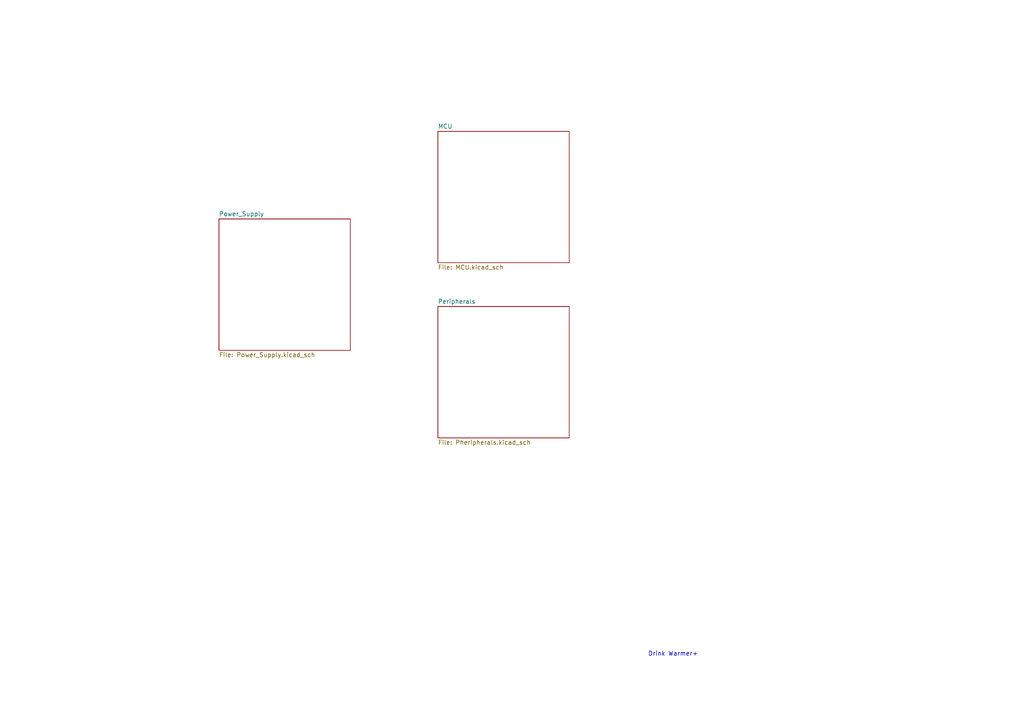
<source format=kicad_sch>
(kicad_sch (version 20230121) (generator eeschema)

  (uuid 2551367a-9b18-476a-8416-5b0fd930d26c)

  (paper "A4")

  (lib_symbols
  )


  (text "Drink Warmer+\n" (at 187.96 190.5 0)
    (effects (font (size 1.27 1.27)) (justify left bottom))
    (uuid 8ea406ba-aecd-45ab-b05c-ee93d17f1cc5)
  )

  (sheet (at 127 38.1) (size 38.1 38.1) (fields_autoplaced)
    (stroke (width 0.1524) (type solid))
    (fill (color 0 0 0 0.0000))
    (uuid 203d7014-7fe0-4ad1-9fea-681573cc2e96)
    (property "Sheetname" "MCU" (at 127 37.3884 0)
      (effects (font (size 1.27 1.27)) (justify left bottom))
    )
    (property "Sheetfile" "MCU.kicad_sch" (at 127 76.7846 0)
      (effects (font (size 1.27 1.27)) (justify left top))
    )
    (instances
      (project "PCB_design"
        (path "/2551367a-9b18-476a-8416-5b0fd930d26c" (page "4"))
      )
    )
  )

  (sheet (at 127 88.9) (size 38.1 38.1) (fields_autoplaced)
    (stroke (width 0.1524) (type solid))
    (fill (color 0 0 0 0.0000))
    (uuid 735146e6-3549-4144-8d14-4083cd339e21)
    (property "Sheetname" "Peripherals" (at 127 88.1884 0)
      (effects (font (size 1.27 1.27)) (justify left bottom))
    )
    (property "Sheetfile" "Pheripherals.kicad_sch" (at 127 127.5846 0)
      (effects (font (size 1.27 1.27)) (justify left top))
    )
    (instances
      (project "PCB_design"
        (path "/2551367a-9b18-476a-8416-5b0fd930d26c" (page "3"))
      )
    )
  )

  (sheet (at 63.5 63.5) (size 38.1 38.1) (fields_autoplaced)
    (stroke (width 0.1524) (type solid))
    (fill (color 0 0 0 0.0000))
    (uuid 8a0ed25a-5d14-4575-ac4a-6491821a564b)
    (property "Sheetname" "Power_Supply" (at 63.5 62.7884 0)
      (effects (font (size 1.27 1.27)) (justify left bottom))
    )
    (property "Sheetfile" "Power_Supply.kicad_sch" (at 63.5 102.1846 0)
      (effects (font (size 1.27 1.27)) (justify left top))
    )
    (instances
      (project "PCB_design"
        (path "/2551367a-9b18-476a-8416-5b0fd930d26c" (page "2"))
      )
    )
  )

  (sheet_instances
    (path "/" (page "1"))
  )
)

</source>
